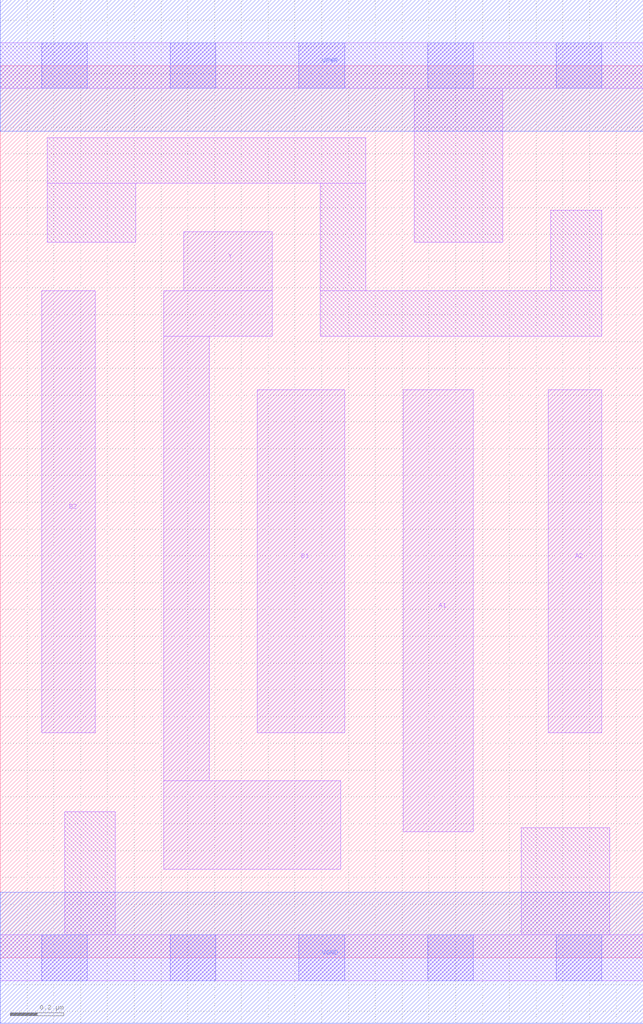
<source format=lef>
# Copyright 2020 The SkyWater PDK Authors
#
# Licensed under the Apache License, Version 2.0 (the "License");
# you may not use this file except in compliance with the License.
# You may obtain a copy of the License at
#
#     https://www.apache.org/licenses/LICENSE-2.0
#
# Unless required by applicable law or agreed to in writing, software
# distributed under the License is distributed on an "AS IS" BASIS,
# WITHOUT WARRANTIES OR CONDITIONS OF ANY KIND, either express or implied.
# See the License for the specific language governing permissions and
# limitations under the License.
#
# SPDX-License-Identifier: Apache-2.0

VERSION 5.7 ;
  NAMESCASESENSITIVE ON ;
  NOWIREEXTENSIONATPIN ON ;
  DIVIDERCHAR "/" ;
  BUSBITCHARS "[]" ;
UNITS
  DATABASE MICRONS 200 ;
END UNITS
MACRO sky130_fd_sc_lp__a22oi_m
  CLASS CORE ;
  FOREIGN sky130_fd_sc_lp__a22oi_m ;
  ORIGIN  0.000000  0.000000 ;
  SIZE  2.400000 BY  3.330000 ;
  SYMMETRY X Y R90 ;
  SITE unit ;
  PIN A1
    ANTENNAGATEAREA  0.126000 ;
    DIRECTION INPUT ;
    USE SIGNAL ;
    PORT
      LAYER li1 ;
        RECT 1.505000 0.470000 1.765000 2.120000 ;
    END
  END A1
  PIN A2
    ANTENNAGATEAREA  0.126000 ;
    DIRECTION INPUT ;
    USE SIGNAL ;
    PORT
      LAYER li1 ;
        RECT 2.045000 0.840000 2.245000 2.120000 ;
    END
  END A2
  PIN B1
    ANTENNAGATEAREA  0.126000 ;
    DIRECTION INPUT ;
    USE SIGNAL ;
    PORT
      LAYER li1 ;
        RECT 0.960000 0.840000 1.285000 2.120000 ;
    END
  END B1
  PIN B2
    ANTENNAGATEAREA  0.126000 ;
    DIRECTION INPUT ;
    USE SIGNAL ;
    PORT
      LAYER li1 ;
        RECT 0.155000 0.840000 0.355000 2.490000 ;
    END
  END B2
  PIN Y
    ANTENNADIFFAREA  0.283500 ;
    DIRECTION OUTPUT ;
    USE SIGNAL ;
    PORT
      LAYER li1 ;
        RECT 0.610000 0.330000 1.270000 0.660000 ;
        RECT 0.610000 0.660000 0.780000 2.320000 ;
        RECT 0.610000 2.320000 1.015000 2.490000 ;
        RECT 0.685000 2.490000 1.015000 2.710000 ;
    END
  END Y
  PIN VGND
    DIRECTION INOUT ;
    USE GROUND ;
    PORT
      LAYER met1 ;
        RECT 0.000000 -0.245000 2.400000 0.245000 ;
    END
  END VGND
  PIN VPWR
    DIRECTION INOUT ;
    USE POWER ;
    PORT
      LAYER met1 ;
        RECT 0.000000 3.085000 2.400000 3.575000 ;
    END
  END VPWR
  OBS
    LAYER li1 ;
      RECT 0.000000 -0.085000 2.400000 0.085000 ;
      RECT 0.000000  3.245000 2.400000 3.415000 ;
      RECT 0.175000  2.670000 0.505000 2.890000 ;
      RECT 0.175000  2.890000 1.365000 3.060000 ;
      RECT 0.240000  0.085000 0.430000 0.545000 ;
      RECT 1.195000  2.320000 2.245000 2.490000 ;
      RECT 1.195000  2.490000 1.365000 2.890000 ;
      RECT 1.545000  2.670000 1.875000 3.245000 ;
      RECT 1.945000  0.085000 2.275000 0.485000 ;
      RECT 2.055000  2.490000 2.245000 2.790000 ;
    LAYER mcon ;
      RECT 0.155000 -0.085000 0.325000 0.085000 ;
      RECT 0.155000  3.245000 0.325000 3.415000 ;
      RECT 0.635000 -0.085000 0.805000 0.085000 ;
      RECT 0.635000  3.245000 0.805000 3.415000 ;
      RECT 1.115000 -0.085000 1.285000 0.085000 ;
      RECT 1.115000  3.245000 1.285000 3.415000 ;
      RECT 1.595000 -0.085000 1.765000 0.085000 ;
      RECT 1.595000  3.245000 1.765000 3.415000 ;
      RECT 2.075000 -0.085000 2.245000 0.085000 ;
      RECT 2.075000  3.245000 2.245000 3.415000 ;
  END
END sky130_fd_sc_lp__a22oi_m
END LIBRARY

</source>
